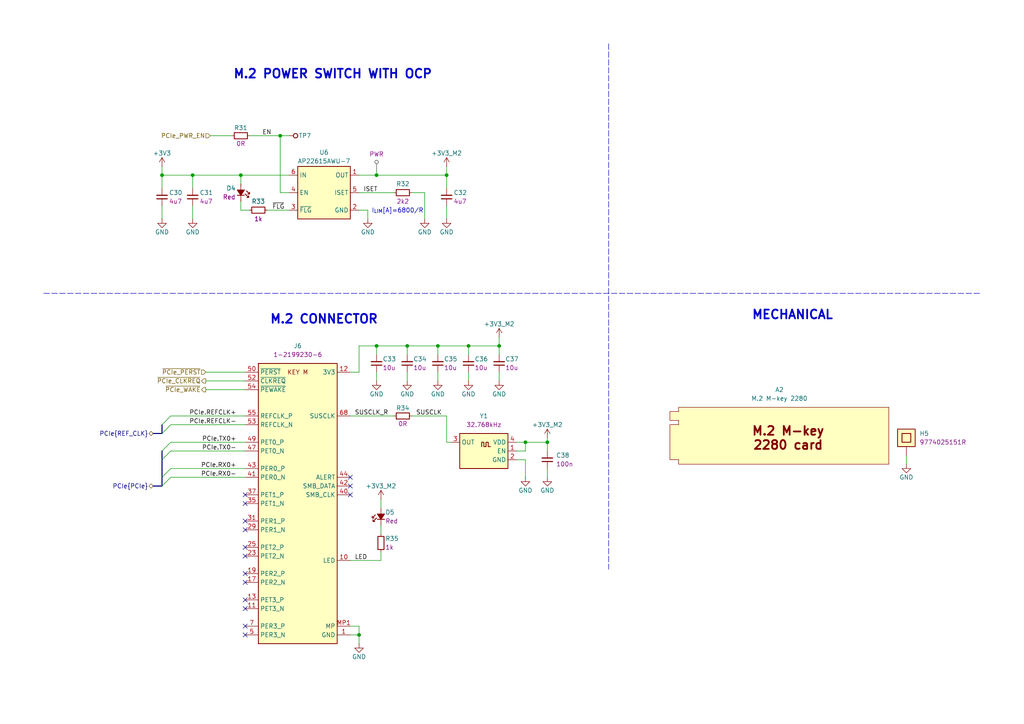
<source format=kicad_sch>
(kicad_sch (version 20250114) (generator "eeschema") (generator_version "9.0")
  (paper "A4")
  (title_block (title "ModuCard CM5 module") (date "2025-10-10") (rev "1.0.0") (company "KoNaR") (comment 1 "Project author: Dominik Pluta"))
  (lib_symbols
    (symbol "DW-ICs:AP22615AWU-7"
      (property "Reference" "U" (at 34.29 0 0))
      (property "MPN" "AP22615AWU-7" (at 34.29 -15.24 0))
      (symbol "AP22615AWU-7_0_1"
        (rectangle (start 2.54 2.54) (end 17.78 -12.7) (stroke (width 0.254)) (fill (type background)))
      )
      (symbol "AP22615AWU-7_1_0"
        (pin power_in line (at 0 0 0) (length 2.54) (name "IN") (number "6"))
        (pin input line (at 0 -5.08 0) (length 2.54) (name "EN") (number "4"))
        (pin open_collector line (at 0 -10.16 0) (length 2.54) (name "~{FLG}") (number "3"))
        (pin power_out line (at 20.32 0 180) (length 2.54) (name "OUT") (number "1"))
        (pin passive line (at 20.32 -5.08 180) (length 2.54) (name "ISET") (number "5"))
        (pin power_in line (at 20.32 -10.16 180) (length 2.54) (name "GND") (number "2"))
      )
    )
    (symbol "DW-capacitors:C-100n-0402" (pin_numbers (hide yes)) (pin_names (hide yes))
      (property "Reference" "C" (at 12.7 0 0))
      (property "Val" "100n" (at 12.7 -20.32 0))
      (symbol "C-100n-0402_0_1"
        (polyline (pts (xy 2.032 -1.524) (xy 2.032 1.524)) (stroke (width 0.3048)))
        (polyline (pts (xy 3.048 -1.524) (xy 3.048 1.524)) (stroke (width 0.3302)))
      )
      (symbol "C-100n-0402_1_1"
        (pin passive line (at 0 0 0) (length 2.032) (name "~") (number "1"))
        (pin passive line (at 5.08 0 180) (length 2.032) (name "~") (number "2"))
      )
    )
    (symbol "DW-capacitors:C-10u-0603" (pin_numbers (hide yes)) (pin_names (hide yes))
      (property "Reference" "C" (at 12.7 0 0))
      (property "Val" "10u" (at 12.7 -20.32 0))
      (symbol "C-10u-0603_0_1"
        (polyline (pts (xy 2.032 -1.524) (xy 2.032 1.524)) (stroke (width 0.3048)))
        (polyline (pts (xy 3.048 -1.524) (xy 3.048 1.524)) (stroke (width 0.3302)))
      )
      (symbol "C-10u-0603_1_1"
        (pin passive line (at 0 0 0) (length 2.032) (name "~") (number "1"))
        (pin passive line (at 5.08 0 180) (length 2.032) (name "~") (number "2"))
      )
    )
    (symbol "DW-capacitors:C-4u7-0402" (pin_numbers (hide yes)) (pin_names (hide yes))
      (property "Reference" "C" (at 12.7 0 0))
      (property "Val" "4u7" (at 12.7 -20.32 0))
      (symbol "C-4u7-0402_0_1"
        (polyline (pts (xy 2.032 -1.524) (xy 2.032 1.524)) (stroke (width 0.3048)))
        (polyline (pts (xy 3.048 -1.524) (xy 3.048 1.524)) (stroke (width 0.3302)))
      )
      (symbol "C-4u7-0402_1_1"
        (pin passive line (at 0 0 0) (length 2.032) (name "~") (number "1"))
        (pin passive line (at 5.08 0 180) (length 2.032) (name "~") (number "2"))
      )
    )
    (symbol "DW-connectors:Bus_M.2_1-2199230-6"
      (property "Reference" "J" (at 40.64 0 0))
      (property "MPN" "1-2199230-6" (at 40.64 -15.24 0))
      (symbol "Bus_M.2_1-2199230-6_0_0"
        (text "KEY M" (at 15.24 0 0) (effects (font (size 1.27 1.27))))
      )
      (symbol "Bus_M.2_1-2199230-6_1_1"
        (rectangle (start 3.81 2.54) (end 26.67 -78.74) (stroke (width 0.254)) (fill (type background)))
        (pin input line (at 0 0 0) (length 3.81) (name "~{PERST}") (number "50"))
        (pin output line (at 0 -2.54 0) (length 3.81) (name "~{CLKREQ}") (number "52"))
        (pin output line (at 0 -5.08 0) (length 3.81) (name "~{PEWAKE}") (number "54"))
        (pin input line (at 0 -12.7 0) (length 3.81) (name "REFCLK_P") (number "55"))
        (pin input line (at 0 -15.24 0) (length 3.81) (name "REFCLK_N") (number "53"))
        (pin input line (at 0 -20.32 0) (length 3.81) (name "PET0_P") (number "49"))
        (pin input line (at 0 -22.86 0) (length 3.81) (name "PET0_N") (number "47"))
        (pin output line (at 0 -27.94 0) (length 3.81) (name "PER0_P") (number "43"))
        (pin output line (at 0 -30.48 0) (length 3.81) (name "PER0_N") (number "41"))
        (pin input line (at 0 -35.56 0) (length 3.81) (name "PET1_P") (number "37"))
        (pin input line (at 0 -38.1 0) (length 3.81) (name "PET1_N") (number "35"))
        (pin output line (at 0 -43.18 0) (length 3.81) (name "PER1_P") (number "31"))
        (pin output line (at 0 -45.72 0) (length 3.81) (name "PER1_N") (number "29"))
        (pin input line (at 0 -50.8 0) (length 3.81) (name "PET2_P") (number "25"))
        (pin input line (at 0 -53.34 0) (length 3.81) (name "PET2_N") (number "23"))
        (pin output line (at 0 -58.42 0) (length 3.81) (name "PER2_P") (number "19"))
        (pin output line (at 0 -60.96 0) (length 3.81) (name "PER2_N") (number "17"))
        (pin input line (at 0 -66.04 0) (length 3.81) (name "PET3_P") (number "13"))
        (pin input line (at 0 -68.58 0) (length 3.81) (name "PET3_N") (number "11"))
        (pin output line (at 0 -73.66 0) (length 3.81) (name "PER3_P") (number "7"))
        (pin output line (at 0 -76.2 0) (length 3.81) (name "PER3_N") (number "5"))
        (pin passive line (at 30.48 0 180) (length 3.81) (name "3V3") (number "12"))
        (pin passive line (at 30.48 0 180) (length 3.81) (hide yes) (name "3V3") (number "14"))
        (pin passive line (at 30.48 0 180) (length 3.81) (hide yes) (name "3V3") (number "16"))
        (pin passive line (at 30.48 0 180) (length 3.81) (hide yes) (name "3V3") (number "18"))
        (pin passive line (at 30.48 0 180) (length 3.81) (hide yes) (name "3V3") (number "2"))
        (pin passive line (at 30.48 0 180) (length 3.81) (hide yes) (name "3V3") (number "4"))
        (pin passive line (at 30.48 0 180) (length 3.81) (hide yes) (name "3V3") (number "70"))
        (pin passive line (at 30.48 0 180) (length 3.81) (hide yes) (name "3V3") (number "72"))
        (pin passive line (at 30.48 0 180) (length 3.81) (hide yes) (name "3V3") (number "74"))
        (pin input line (at 30.48 -12.7 180) (length 3.81) (name "SUSCLK") (number "68"))
        (pin output line (at 30.48 -30.48 180) (length 3.81) (name "ALERT") (number "44"))
        (pin bidirectional line (at 30.48 -33.02 180) (length 3.81) (name "SMB_DATA") (number "42"))
        (pin input line (at 30.48 -35.56 180) (length 3.81) (name "SMB_CLK") (number "40"))
        (pin passive line (at 30.48 -54.61 180) (length 3.81) (name "LED") (number "10"))
        (pin no_connect line (at 30.48 -71.12 180) (length 3.81) (hide yes) (name "NC") (number "20"))
        (pin no_connect line (at 30.48 -71.12 180) (length 3.81) (hide yes) (name "NC") (number "22"))
        (pin no_connect line (at 30.48 -71.12 180) (length 3.81) (hide yes) (name "NC") (number "24"))
        (pin no_connect line (at 30.48 -71.12 180) (length 3.81) (hide yes) (name "NC") (number "26"))
        (pin no_connect line (at 30.48 -71.12 180) (length 3.81) (hide yes) (name "NC") (number "28"))
        (pin no_connect line (at 30.48 -71.12 180) (length 3.81) (hide yes) (name "NC") (number "30"))
        (pin no_connect line (at 30.48 -71.12 180) (length 3.81) (hide yes) (name "NC") (number "32"))
        (pin no_connect line (at 30.48 -71.12 180) (length 3.81) (hide yes) (name "NC") (number "34"))
        (pin no_connect line (at 30.48 -71.12 180) (length 3.81) (hide yes) (name "NC") (number "36"))
        (pin no_connect line (at 30.48 -71.12 180) (length 3.81) (hide yes) (name "NC") (number "38"))
        (pin no_connect line (at 30.48 -71.12 180) (length 3.81) (hide yes) (name "NC") (number "46"))
        (pin no_connect line (at 30.48 -71.12 180) (length 3.81) (hide yes) (name "NC") (number "48"))
        (pin no_connect line (at 30.48 -71.12 180) (length 3.81) (hide yes) (name "NC") (number "56"))
        (pin no_connect line (at 30.48 -71.12 180) (length 3.81) (hide yes) (name "NC") (number "58"))
        (pin no_connect line (at 30.48 -71.12 180) (length 3.81) (hide yes) (name "NC") (number "6"))
        (pin no_connect line (at 30.48 -71.12 180) (length 3.81) (hide yes) (name "NC") (number "67"))
        (pin no_connect line (at 30.48 -71.12 180) (length 3.81) (hide yes) (name "NC") (number "69"))
        (pin no_connect line (at 30.48 -71.12 180) (length 3.81) (hide yes) (name "NC") (number "8"))
        (pin passive line (at 30.48 -73.66 180) (length 3.81) (name "MP") (number "MP1"))
        (pin passive line (at 30.48 -73.66 180) (length 3.81) (hide yes) (name "MP") (number "MP2"))
        (pin power_in line (at 30.48 -76.2 180) (length 3.81) (name "GND") (number "1"))
        (pin passive line (at 30.48 -76.2 180) (length 3.81) (hide yes) (name "GND") (number "15"))
        (pin passive line (at 30.48 -76.2 180) (length 3.81) (hide yes) (name "GND") (number "21"))
        (pin passive line (at 30.48 -76.2 180) (length 3.81) (hide yes) (name "GND") (number "27"))
        (pin passive line (at 30.48 -76.2 180) (length 3.81) (hide yes) (name "GND") (number "3"))
        (pin passive line (at 30.48 -76.2 180) (length 3.81) (hide yes) (name "GND") (number "33"))
        (pin passive line (at 30.48 -76.2 180) (length 3.81) (hide yes) (name "GND") (number "39"))
        (pin passive line (at 30.48 -76.2 180) (length 3.81) (hide yes) (name "GND") (number "45"))
        (pin passive line (at 30.48 -76.2 180) (length 3.81) (hide yes) (name "GND") (number "51"))
        (pin passive line (at 30.48 -76.2 180) (length 3.81) (hide yes) (name "GND") (number "57"))
        (pin passive line (at 30.48 -76.2 180) (length 3.81) (hide yes) (name "GND") (number "71"))
        (pin passive line (at 30.48 -76.2 180) (length 3.81) (hide yes) (name "GND") (number "73"))
        (pin passive line (at 30.48 -76.2 180) (length 3.81) (hide yes) (name "GND") (number "75"))
        (pin passive line (at 30.48 -76.2 180) (length 3.81) (hide yes) (name "GND") (number "9"))
      )
    )
    (symbol "DW-crystals:Oscillator_32.768kHz_OK2EL89CJI-111YLC-32.768K" (on_board no)
      (property "Reference" "Y" (at 27.94 0 0))
      (property "Frequency" "32.768kHz" (at 27.94 -20.32 0))
      (symbol "Oscillator_32.768kHz_OK2EL89CJI-111YLC-32.768K_1_1"
        (rectangle (start 2.54 2.54) (end 16.51 -7.62) (stroke (width 0.254)) (fill (type background)))
        (polyline (pts (xy 7.62 -1.27) (xy 8.255 -1.27) (xy 8.255 0) (xy 8.89 0) (xy 8.89 -1.27) (xy 9.525 -1.27) (xy 9.525 0) (xy 10.16 0) (xy 10.16 -1.27)) (stroke (width 0.254)) (fill (type background)))
        (pin power_in line (at 0 0 0) (length 2.54) (name "VDD") (number "4"))
        (pin input line (at 0 -2.54 0) (length 2.54) (name "EN") (number "1"))
        (pin power_in line (at 0 -5.08 0) (length 2.54) (name "GND") (number "2"))
        (pin output line (at 19.05 0 180) (length 2.54) (name "OUT") (number "3"))
      )
    )
    (symbol "DW-diodes:LED-R-0603_KT-0603R" (pin_numbers (hide yes)) (pin_names (hide yes))
      (property "Reference" "D" (at 12.7 0 0))
      (property "Color" "Red" (at 12.7 -20.32 0))
      (symbol "LED-R-0603_KT-0603R_0_1"
        (polyline (pts (xy 1.905 0) (xy 0.635 0)))
        (polyline (pts (xy 4.445 0) (xy 3.175 0)))
      )
      (symbol "LED-R-0603_KT-0603R_1_1"
        (polyline (pts (xy 1.143 2.286) (xy 1.143 1.778) (xy 1.143 2.286) (xy 1.651 2.286) (xy 1.143 2.286) (xy 2.159 1.27)) (stroke (width 0.254)))
        (polyline (pts (xy 1.778 1.016) (xy 1.778 -1.016)) (stroke (width 0.254)))
        (polyline (pts (xy 2.159 2.54) (xy 2.159 2.032) (xy 2.159 2.54) (xy 2.667 2.54) (xy 2.159 2.54) (xy 3.048 1.651)) (stroke (width 0.254)))
        (polyline (pts (xy 3.302 1.016) (xy 3.302 -1.016) (xy 1.778 0) (xy 3.302 1.016)) (stroke (width 0.254)) (fill (type outline)))
        (pin passive line (at 0 0 0) (length 0.635) (name "C") (number "1"))
        (pin passive line (at 5.08 0 180) (length 0.635) (name "A") (number "2"))
      )
    )
    (symbol "DW-mechanical:Card_M.2-2280-M-key" (in_bom no)
      (property "Reference" "A" (at 64.77 0 0))
      (property "Value" "M.2 M-key 2280" (at 64.77 -2.54 0))
      (symbol "Card_M.2-2280-M-key_1_1"
        (polyline (pts (xy 2.54 1.27) (xy 2.54 0) (xy 0 0) (xy 0 -2.54) (xy 2.54 -2.54) (xy 2.54 -3.81) (xy 0 -3.81) (xy 0 -13.97) (xy 2.54 -13.97) (xy 2.54 -15.24) (xy 63.5 -15.24) (xy 63.5 1.27) (xy 2.54 1.27)) (fill (type background)))
        (text "M.2 M-key\n2280 card" (at 34.29 -7.62 0) (effects (font (size 2.54 2.54) (thickness 0.508) (bold yes))))
      )
    )
    (symbol "DW-mechanical:Spacer_M2.5_H2.5mm_9774025151R" (pin_numbers (hide yes)) (pin_names (hide yes))
      (property "Reference" "H" (at 10.16 0 0))
      (property "MPN" "9774025151R" (at 10.16 -15.24 0))
      (symbol "Spacer_M2.5_H2.5mm_9774025151R_1_1"
        (rectangle (start 2.54 -2.54) (end 7.62 2.54) (stroke (width 0.254)) (fill (type background)))
        (rectangle (start 3.81 -1.27) (end 6.35 1.27) (stroke (width 0.254)) (fill (type background)))
        (pin passive line (at 0 0 0) (length 2.54) (name "~") (number "1"))
      )
    )
    (symbol "DW-power-symbols:+3V3" (power) (pin_numbers (hide yes)) (pin_names (offset 0) (hide yes))
      (property "Value" "+3V3" (at 0 3.556 0))
      (symbol "+3V3_0_1"
        (polyline (pts (xy -0.762 1.27) (xy 0 2.54)))
        (polyline (pts (xy 0 2.54) (xy 0.762 1.27)))
        (polyline (pts (xy 0 0) (xy 0 2.54)))
      )
      (symbol "+3V3_1_1"
        (pin power_in line (at 0 0 90) (length 0) (name "~") (number "1"))
      )
    )
    (symbol "DW-power-symbols:GND" (power) (pin_numbers (hide yes)) (pin_names (offset 0) (hide yes))
      (property "Value" "GND" (at 0 -3.81 0))
      (symbol "GND_0_1"
        (polyline (pts (xy 0 0) (xy 0 -1.27) (xy 1.27 -1.27) (xy 0 -2.54) (xy -1.27 -1.27) (xy 0 -1.27)))
      )
      (symbol "GND_1_1"
        (pin power_in line (at 0 0 270) (length 0) (name "~") (number "1"))
      )
    )
    (symbol "DW-resistors:R-0R-0402" (pin_numbers (hide yes)) (pin_names (offset 0) (hide yes))
      (property "Reference" "R" (at 12.7 0 0))
      (property "Val" "0R" (at 12.7 -20.32 0))
      (symbol "R-0R-0402_0_1"
        (rectangle (start 0.635 0.889) (end 4.445 -0.889) (stroke (width 0.254)))
      )
      (symbol "R-0R-0402_1_1"
        (pin passive line (at 0 0 0) (length 0.635) (name "~") (number "1"))
        (pin passive line (at 5.08 0 180) (length 0.635) (name "~") (number "2"))
      )
    )
    (symbol "DW-resistors:R-1k-0402" (pin_numbers (hide yes)) (pin_names (offset 0) (hide yes))
      (property "Reference" "R" (at 12.7 0 0))
      (property "Val" "1k" (at 12.7 -20.32 0))
      (symbol "R-1k-0402_0_1"
        (rectangle (start 0.635 0.889) (end 4.445 -0.889) (stroke (width 0.254)))
      )
      (symbol "R-1k-0402_1_1"
        (pin passive line (at 0 0 0) (length 0.635) (name "~") (number "1"))
        (pin passive line (at 5.08 0 180) (length 0.635) (name "~") (number "2"))
      )
    )
    (symbol "DW-resistors:R-2k2-0402" (pin_numbers (hide yes)) (pin_names (offset 0) (hide yes))
      (property "Reference" "R" (at 12.7 0 0))
      (property "Val" "2k2" (at 12.7 -20.32 0))
      (symbol "R-2k2-0402_0_1"
        (rectangle (start 0.635 0.889) (end 4.445 -0.889) (stroke (width 0.254)))
      )
      (symbol "R-2k2-0402_1_1"
        (pin passive line (at 0 0 0) (length 0.635) (name "~") (number "1"))
        (pin passive line (at 5.08 0 180) (length 0.635) (name "~") (number "2"))
      )
    )
    (symbol "DW-test-points:TP_SMD_0.75mm" (pin_numbers (hide yes)) (pin_names (hide yes)) (in_bom no)
      (property "Reference" "TP" (at 3.81 0 0))
      (symbol "TP_SMD_0.75mm_1_1"
        (circle (center 1.905 0) (radius 0.635) (stroke (width 0.254)))
        (pin passive line (at 0 0 0) (length 1.27) (name "1") (number "1"))
      )
    )
  )
  (text "I_{LIM}[A]=6800/R" (at 115.316 61.214 0) (effects (font (size 1.27 1.27))))
  (text "MECHANICAL" (at 229.87 91.44 0) (effects (font (size 2.54 2.54) (thickness 0.508) (bold yes))))
  (text "M.2 POWER SWITCH WITH OCP" (at 96.52 21.59 0) (effects (font (size 2.54 2.54) (thickness 0.508) (bold yes))))
  (text "M.2 CONNECTOR" (at 93.98 92.71 0) (effects (font (size 2.54 2.54) (thickness 0.508) (bold yes))))
  (junction (at 109.22 100.33))
  (junction (at 129.54 50.8))
  (junction (at 135.89 100.33))
  (junction (at 127 100.33))
  (junction (at 69.85 50.8))
  (junction (at 104.14 184.15))
  (junction (at 118.11 100.33))
  (junction (at 46.99 50.8))
  (junction (at 55.88 50.8))
  (junction (at 81.28 39.37))
  (junction (at 158.75 128.27))
  (junction (at 144.78 100.33))
  (junction (at 109.22 50.8))
  (junction (at 152.4 128.27))
  (no_connect (at 101.6 138.43))
  (no_connect (at 71.12 184.15))
  (no_connect (at 71.12 143.51))
  (no_connect (at 71.12 146.05))
  (no_connect (at 71.12 181.61))
  (no_connect (at 71.12 153.67))
  (no_connect (at 71.12 161.29))
  (no_connect (at 101.6 143.51))
  (no_connect (at 71.12 173.99))
  (no_connect (at 71.12 168.91))
  (no_connect (at 71.12 176.53))
  (no_connect (at 71.12 166.37))
  (no_connect (at 101.6 140.97))
  (no_connect (at 71.12 151.13))
  (no_connect (at 71.12 158.75))
  (bus_entry (at 46.99 125.73) (size 2.54 -2.54))
  (bus_entry (at 46.99 140.97) (size 2.54 -2.54))
  (bus_entry (at 46.99 133.35) (size 2.54 -2.54))
  (bus_entry (at 46.99 123.19) (size 2.54 -2.54))
  (bus_entry (at 46.99 138.43) (size 2.54 -2.54))
  (bus_entry (at 46.99 130.81) (size 2.54 -2.54))
  (bus (pts (xy 46.99 130.81) (xy 46.99 133.35)))
  (wire (pts (xy 158.75 128.27) (xy 152.4 128.27)))
  (wire (pts (xy 104.14 107.95) (xy 104.14 100.33)))
  (bus (pts (xy 46.99 138.43) (xy 46.99 140.97)))
  (wire (pts (xy 46.99 59.69) (xy 46.99 63.5)))
  (wire (pts (xy 109.22 49.53) (xy 109.22 50.8)))
  (wire (pts (xy 118.11 100.33) (xy 109.22 100.33)))
  (wire (pts (xy 55.88 50.8) (xy 69.85 50.8)))
  (wire (pts (xy 83.82 55.88) (xy 81.28 55.88)))
  (wire (pts (xy 129.54 128.27) (xy 129.54 120.65)))
  (wire (pts (xy 118.11 107.95) (xy 118.11 110.49)))
  (wire (pts (xy 144.78 100.33) (xy 135.89 100.33)))
  (bus (pts (xy 44.45 125.73) (xy 46.99 125.73)))
  (wire (pts (xy 135.89 102.87) (xy 135.89 100.33)))
  (wire (pts (xy 127 107.95) (xy 127 110.49)))
  (wire (pts (xy 69.85 60.96) (xy 72.39 60.96)))
  (wire (pts (xy 109.22 100.33) (xy 104.14 100.33)))
  (wire (pts (xy 152.4 128.27) (xy 149.86 128.27)))
  (wire (pts (xy 101.6 181.61) (xy 104.14 181.61)))
  (wire (pts (xy 101.6 162.56) (xy 110.49 162.56)))
  (wire (pts (xy 104.14 181.61) (xy 104.14 184.15)))
  (wire (pts (xy 144.78 97.79) (xy 144.78 100.33)))
  (wire (pts (xy 49.53 123.19) (xy 71.12 123.19)))
  (wire (pts (xy 127 100.33) (xy 127 102.87)))
  (polyline (pts (xy 176.53 12.7) (xy 176.53 165.1)) (stroke (width 0) (type dash)))
  (wire (pts (xy 118.11 100.33) (xy 118.11 102.87)))
  (wire (pts (xy 77.47 60.96) (xy 83.82 60.96)))
  (wire (pts (xy 106.68 60.96) (xy 106.68 63.5)))
  (wire (pts (xy 72.39 39.37) (xy 81.28 39.37)))
  (bus (pts (xy 46.99 123.19) (xy 46.99 125.73)))
  (wire (pts (xy 118.11 100.33) (xy 127 100.33)))
  (wire (pts (xy 81.28 39.37) (xy 83.82 39.37)))
  (wire (pts (xy 106.68 60.96) (xy 104.14 60.96)))
  (wire (pts (xy 119.38 120.65) (xy 129.54 120.65)))
  (wire (pts (xy 123.19 55.88) (xy 123.19 63.5)))
  (wire (pts (xy 135.89 107.95) (xy 135.89 110.49)))
  (wire (pts (xy 158.75 138.43) (xy 158.75 135.89)))
  (polyline (pts (xy 12.7 85.09) (xy 284.48 85.09)) (stroke (width 0) (type dash)))
  (wire (pts (xy 55.88 59.69) (xy 55.88 63.5)))
  (wire (pts (xy 158.75 127) (xy 158.75 128.27)))
  (wire (pts (xy 129.54 59.69) (xy 129.54 63.5)))
  (wire (pts (xy 69.85 60.96) (xy 69.85 58.42)))
  (wire (pts (xy 104.14 184.15) (xy 104.14 186.69)))
  (wire (pts (xy 109.22 100.33) (xy 109.22 102.87)))
  (wire (pts (xy 129.54 128.27) (xy 130.81 128.27)))
  (wire (pts (xy 152.4 133.35) (xy 149.86 133.35)))
  (wire (pts (xy 109.22 107.95) (xy 109.22 110.49)))
  (wire (pts (xy 144.78 107.95) (xy 144.78 110.49)))
  (wire (pts (xy 110.49 152.4) (xy 110.49 154.94)))
  (wire (pts (xy 49.53 135.89) (xy 71.12 135.89)))
  (wire (pts (xy 129.54 50.8) (xy 129.54 54.61)))
  (wire (pts (xy 81.28 55.88) (xy 81.28 39.37)))
  (wire (pts (xy 60.96 39.37) (xy 67.31 39.37)))
  (wire (pts (xy 46.99 50.8) (xy 46.99 54.61)))
  (wire (pts (xy 104.14 55.88) (xy 114.3 55.88)))
  (wire (pts (xy 49.53 138.43) (xy 71.12 138.43)))
  (wire (pts (xy 49.53 130.81) (xy 71.12 130.81)))
  (wire (pts (xy 119.38 55.88) (xy 123.19 55.88)))
  (wire (pts (xy 101.6 120.65) (xy 114.3 120.65)))
  (wire (pts (xy 152.4 130.81) (xy 152.4 128.27)))
  (wire (pts (xy 55.88 50.8) (xy 55.88 54.61)))
  (wire (pts (xy 104.14 184.15) (xy 101.6 184.15)))
  (wire (pts (xy 46.99 50.8) (xy 55.88 50.8)))
  (wire (pts (xy 110.49 144.78) (xy 110.49 147.32)))
  (wire (pts (xy 109.22 50.8) (xy 129.54 50.8)))
  (bus (pts (xy 44.45 140.97) (xy 46.99 140.97)))
  (wire (pts (xy 69.85 50.8) (xy 69.85 53.34)))
  (wire (pts (xy 127 100.33) (xy 135.89 100.33)))
  (wire (pts (xy 262.89 132.08) (xy 262.89 134.62)))
  (wire (pts (xy 49.53 128.27) (xy 71.12 128.27)))
  (wire (pts (xy 46.99 48.26) (xy 46.99 50.8)))
  (wire (pts (xy 144.78 102.87) (xy 144.78 100.33)))
  (wire (pts (xy 104.14 50.8) (xy 109.22 50.8)))
  (wire (pts (xy 129.54 48.26) (xy 129.54 50.8)))
  (wire (pts (xy 110.49 160.02) (xy 110.49 162.56)))
  (bus (pts (xy 46.99 133.35) (xy 46.99 138.43)))
  (wire (pts (xy 152.4 138.43) (xy 152.4 133.35)))
  (wire (pts (xy 59.69 110.49) (xy 71.12 110.49)))
  (wire (pts (xy 59.69 113.03) (xy 71.12 113.03)))
  (wire (pts (xy 101.6 107.95) (xy 104.14 107.95)))
  (wire (pts (xy 158.75 130.81) (xy 158.75 128.27)))
  (wire (pts (xy 49.53 120.65) (xy 71.12 120.65)))
  (wire (pts (xy 59.69 107.95) (xy 71.12 107.95)))
  (wire (pts (xy 149.86 130.81) (xy 152.4 130.81)))
  (wire (pts (xy 69.85 50.8) (xy 83.82 50.8)))
  (label "LED" (at 102.87 162.56 0))
  (label "PCIe.REFCLK+" (at 68.58 120.65 180))
  (label "PCIe.TX0+" (at 68.58 128.27 180))
  (label "PCIe.TX0-" (at 68.58 130.81 180))
  (label "ISET" (at 105.41 55.88 0))
  (label "SUSCLK" (at 120.65 120.65 0))
  (label "PCIe.REFCLK-" (at 68.58 123.19 180))
  (label "EN" (at 78.74 39.37 180))
  (label "PCIe.RX0-" (at 68.58 138.43 180))
  (label "~{FLG}" (at 82.55 60.96 180))
  (label "SUSCLK_R" (at 102.87 120.65 0))
  (label "PCIe.RX0+" (at 68.58 135.89 180))
  (hierarchical_label "PCIe_PWR_EN" (shape input) (at 60.96 39.37 180))
  (hierarchical_label "PCIe{REF_CLK}" (shape bidirectional) (at 44.45 125.73 180))
  (hierarchical_label "~{PCIe_CLKREQ}" (shape output) (at 59.69 110.49 180))
  (hierarchical_label "PCIe{PCIe}" (shape bidirectional) (at 44.45 140.97 180))
  (hierarchical_label "~{PCIe_WAKE}" (shape output) (at 59.69 113.03 180))
  (hierarchical_label "~{PCIe_PERST}" (shape input) (at 59.69 107.95 180))
  (netclass_flag "" (length 2.54) (shape round) (at 109.22 49.53 0) (property "Netclass" "PWR" (at 109.22 44.704 0)))
  (symbol (lib_id "DW-power-symbols:GND") (at 129.54 63.5 0) (unit 1)
    (property "Reference" "#PWR074" (effects (hide yes)))
    (property "Value" "GND" (at 129.54 67.31 0))
    (property "Description" "Power symbol creates a global label with name \"GND\" , ground" (effects (hide yes)))
  )
  (symbol (lib_id "DW-power-symbols:+3V3") (at 46.99 48.26 0) (unit 1)
    (property "Reference" "#PWR068" (effects (hide yes)))
    (property "Value" "+3V3" (at 46.99 44.45 0))
    (property "Description" "Power symbol creates a global label with name \"+3V3\"" (effects (hide yes)))
  )
  (symbol (lib_id "DW-power-symbols:+3V3") (at 144.78 97.79 0) (unit 1)
    (property "Reference" "#PWR075" (effects (hide yes)))
    (property "Value" "+3V3_M2" (at 144.78 93.98 0))
    (property "Description" "Power symbol creates a global label with name \"+3V3\"" (effects (hide yes)))
  )
  (symbol (lib_id "DW-resistors:R-2k2-0402") (at 114.3 55.88 0) (unit 1)
    (property "Reference" "R32" (at 116.84 53.34 0))
    (property "Value" "R-2k2-0402" (effects (hide yes)))
    (property "Footprint" "DW-footprints:R_0402_1005Metric" (effects (hide yes)))
    (property "Datasheet" "https://lcsc.com/datasheet/lcsc_datasheet_2411221126_UNI-ROYAL-0402WGF2201TCE_C25879.pdf" (effects (hide yes)))
    (property "Description" "62.5mW Thick Film Resistor 50V ±100ppm/℃ ±1% 2.2kΩ 0402 Chip Resistor - Surface Mount ROHS" (effects (hide yes)))
    (property "Manufacturer" "UNI-ROYAL(Uniroyal Elec)" (effects (hide yes)))
    (property "MPN" "0402WGF2201TCE" (effects (hide yes)))
    (property "LCSC" "C25879" (effects (hide yes)))
    (property "Val" "2k2" (at 116.84 58.42 0))
    (property "Tolerance" "1%" (effects (hide yes)))
  )
  (symbol (lib_id "DW-power-symbols:GND") (at 106.68 63.5 0) (unit 1)
    (property "Reference" "#PWR072" (effects (hide yes)))
    (property "Value" "GND" (at 106.68 67.31 0))
    (property "Description" "Power symbol creates a global label with name \"GND\" , ground" (effects (hide yes)))
  )
  (symbol (lib_id "DW-power-symbols:GND") (at 123.19 63.5 0) (unit 1)
    (property "Reference" "#PWR073" (effects (hide yes)))
    (property "Value" "GND" (at 123.19 67.31 0))
    (property "Description" "Power symbol creates a global label with name \"GND\" , ground" (effects (hide yes)))
  )
  (symbol (lib_id "DW-power-symbols:GND") (at 152.4 138.43 0) (unit 1)
    (property "Reference" "#PWR083" (effects (hide yes)))
    (property "Value" "GND" (at 152.4 142.24 0))
    (property "Description" "Power symbol creates a global label with name \"GND\" , ground" (effects (hide yes)))
  )
  (symbol (lib_id "DW-power-symbols:GND") (at 109.22 110.49 0) (unit 1)
    (property "Reference" "#PWR076" (effects (hide yes)))
    (property "Value" "GND" (at 109.22 114.3 0))
    (property "Description" "Power symbol creates a global label with name \"GND\" , ground" (effects (hide yes)))
  )
  (symbol (lib_id "DW-power-symbols:GND") (at 135.89 110.49 0) (unit 1)
    (property "Reference" "#PWR079" (effects (hide yes)))
    (property "Value" "GND" (at 135.89 114.3 0))
    (property "Description" "Power symbol creates a global label with name \"GND\" , ground" (effects (hide yes)))
  )
  (symbol (lib_id "DW-power-symbols:+3V3") (at 129.54 48.26 0) (unit 1)
    (property "Reference" "#PWR069" (effects (hide yes)))
    (property "Value" "+3V3_M2" (at 129.54 44.45 0))
    (property "Description" "Power symbol creates a global label with name \"+3V3\"" (effects (hide yes)))
  )
  (symbol (lib_id "DW-mechanical:Card_M.2-2280-M-key") (at 194.31 119.38 0) (unit 1) (in_bom no)
    (property "Reference" "A2" (at 226.06 113.03 0))
    (property "Value" "M.2 M-key 2280" (at 226.06 115.57 0))
    (property "Footprint" "DW-footprints:Card_M.2-2280-M-key" (effects (hide yes)))
    (property "Description" "M.2, Key M, 2280, generic NVMe, SSD" (effects (hide yes)))
  )
  (symbol (lib_id "DW-test-points:TP_SMD_0.75mm") (at 83.82 39.37 0) (unit 1) (in_bom no)
    (property "Reference" "TP7" (at 86.614 39.37 0) (effects (justify left)))
    (property "Value" "TP_SMD_0.75mm" (effects (hide yes)))
    (property "Footprint" "DW-footprints:TP_SMD_0.75mm" (effects (hide yes)))
    (property "Description" "Test point, SMD, round, 0.75mm diameter" (effects (hide yes)))
  )
  (symbol (lib_id "DW-ICs:AP22615AWU-7") (at 83.82 50.8 0) (unit 1)
    (property "Reference" "U6" (at 93.98 44.196 0))
    (property "Value" "AP22615AWU-7" (at 93.98 46.736 0))
    (property "Footprint" "DW-footprints:TSOT-23-6" (effects (hide yes)))
    (property "Datasheet" "https://www.diodes.com/datasheet/download/AP22815_615.pdf" (effects (hide yes)))
    (property "Description" "3V~5.5V 40mΩ 3A 1 High Side Switch TSOT-23-6 Power Distribution Switches ROHS" (effects (hide yes)))
    (property "Manufacturer" "Diodes Incorporated" (effects (hide yes)))
    (property "MPN" "AP22615AWU-7" (effects (hide yes)))
    (property "LCSC" "C2680357" (effects (hide yes)))
  )
  (symbol (lib_id "DW-resistors:R-1k-0402") (at 110.49 160.02 90) (unit 1)
    (property "Reference" "R35" (at 111.76 156.21 90) (effects (justify right)))
    (property "Value" "R-1k-0402" (effects (hide yes)))
    (property "Footprint" "DW-footprints:R_0402_1005Metric" (effects (hide yes)))
    (property "Datasheet" "https://lcsc.com/datasheet/lcsc_datasheet_2411221126_UNI-ROYAL-Uniroyal-Elec-0402WGF1001TCE_C11702.pdf" (effects (hide yes)))
    (property "Description" "62.5mW Thick Film Resistor 50V ±100ppm/℃ ±1% 1kΩ 0402 Chip Resistor - Surface Mount ROHS" (effects (hide yes)))
    (property "Manufacturer" "UNI-ROYAL(Uniroyal Elec)" (effects (hide yes)))
    (property "MPN" "0402WGF1001TCE" (effects (hide yes)))
    (property "LCSC" "C11702" (effects (hide yes)))
    (property "Val" "1k" (at 111.76 158.75 90) (effects (justify right)))
    (property "Tolerance" "1%" (effects (hide yes)))
  )
  (symbol (lib_id "DW-resistors:R-0R-0402") (at 67.31 39.37 0) (unit 1)
    (property "Reference" "R31" (at 69.85 37.084 0))
    (property "Value" "R-0R-0402" (effects (hide yes)))
    (property "Footprint" "DW-footprints:R_0402_1005Metric" (effects (hide yes)))
    (property "Datasheet" "https://lcsc.com/datasheet/lcsc_datasheet_2411221126_UNI-ROYAL-0402WGF0000TCE_C17168.pdf" (effects (hide yes)))
    (property "Description" "62.5mW Thick Film Resistor 50V ±800ppm/℃ ±1% 0Ω 0402 Chip Resistor - Surface Mount ROHS" (effects (hide yes)))
    (property "Manufacturer" "UNI-ROYAL(Uniroyal Elec)" (effects (hide yes)))
    (property "MPN" "0402WGF0000TCE" (effects (hide yes)))
    (property "LCSC" "C17168" (effects (hide yes)))
    (property "Val" "0R" (at 69.85 41.656 0))
    (property "Tolerance" "1%" (effects (hide yes)))
  )
  (symbol (lib_id "DW-power-symbols:GND") (at 144.78 110.49 0) (unit 1)
    (property "Reference" "#PWR080" (effects (hide yes)))
    (property "Value" "GND" (at 144.78 114.3 0))
    (property "Description" "Power symbol creates a global label with name \"GND\" , ground" (effects (hide yes)))
  )
  (symbol (lib_id "DW-capacitors:C-100n-0402") (at 158.75 135.89 90) (unit 1)
    (property "Reference" "C38" (at 161.29 132.0736 90) (effects (justify right)))
    (property "Value" "C-100n-0402" (effects (hide yes)))
    (property "Footprint" "DW-footprints:C_0402_1005Metric" (effects (hide yes)))
    (property "Datasheet" "https://lcsc.com/datasheet/lcsc_datasheet_2304140030_Samsung-Electro-Mechanics-CL05B104KB54PNC_C307331.pdf" (effects (hide yes)))
    (property "Description" "50V 100nF X7R ±10% 0402 Multilayer Ceramic Capacitors MLCC - SMD/SMT ROHS" (effects (hide yes)))
    (property "Manufacturer" "Samsung Electro-Mechanics" (effects (hide yes)))
    (property "MPN" "CL05B104KB54PNC" (effects (hide yes)))
    (property "LCSC" "C307331" (effects (hide yes)))
    (property "Val" "100n" (at 161.29 134.6136 90) (effects (justify right)))
    (property "Tolerance" "10%" (effects (hide yes)))
    (property "Voltage" "50V" (effects (hide yes)))
    (property "Dielectric" "X7R" (effects (hide yes)))
  )
  (symbol (lib_id "DW-power-symbols:GND") (at 46.99 63.5 0) (unit 1)
    (property "Reference" "#PWR070" (effects (hide yes)))
    (property "Value" "GND" (at 46.99 67.31 0))
    (property "Description" "Power symbol creates a global label with name \"GND\" , ground" (effects (hide yes)))
  )
  (symbol (lib_id "DW-power-symbols:GND") (at 127 110.49 0) (unit 1)
    (property "Reference" "#PWR078" (effects (hide yes)))
    (property "Value" "GND" (at 127 114.3 0))
    (property "Description" "Power symbol creates a global label with name \"GND\" , ground" (effects (hide yes)))
  )
  (symbol (lib_id "DW-capacitors:C-4u7-0402") (at 46.99 59.69 90) (unit 1)
    (property "Reference" "C30" (at 49.022 55.88 90) (effects (justify right)))
    (property "Value" "C-4u7-0402" (effects (hide yes)))
    (property "Footprint" "DW-footprints:C_0402_1005Metric" (effects (hide yes)))
    (property "Datasheet" "https://lcsc.com/datasheet/lcsc_datasheet_2304140030_Samsung-Electro-Mechanics-CL05A475MP5NRNC_C23733.pdf" (effects (hide yes)))
    (property "Description" "10V 4.7uF X5R ±20% 0402 Multilayer Ceramic Capacitors MLCC - SMD/SMT ROHS" (effects (hide yes)))
    (property "Manufacturer" "Samsung Electro-Mechanics" (effects (hide yes)))
    (property "MPN" "CL05A475MP5NRNC" (effects (hide yes)))
    (property "LCSC" "C23733" (effects (hide yes)))
    (property "Val" "4u7" (at 49.022 58.42 90) (effects (justify right)))
    (property "Tolerance" "20%" (effects (hide yes)))
    (property "Voltage" "10V" (effects (hide yes)))
    (property "Dielectric" "X5R" (effects (hide yes)))
  )
  (symbol (lib_id "DW-connectors:Bus_M.2_1-2199230-6") (at 71.12 107.95 0) (unit 1)
    (property "Reference" "J6" (at 86.36 100.33 0))
    (property "Value" "Bus_M.2_1-2199230-6" (effects (hide yes)))
    (property "Footprint" "DW-footprints:Bus_M.2_Socket_Key_M_TE_1-2199230-6" (effects (hide yes)))
    (property "Datasheet" "https://lcsc.com/datasheet/lcsc_datasheet_2412061754_TE-Connectivity-1-2199230-6_C4710843.pdf" (effects (hide yes)))
    (property "Description" "Key M Card Edge Connector, 67 Contacts, Surface Mount, Right Angle" (effects (hide yes)))
    (property "Manufacturer" "TE Connectivity" (effects (hide yes)))
    (property "MPN" "1-2199230-6" (at 86.36 102.87 0))
    (property "LCSC" "C4710843" (effects (hide yes)))
  )
  (symbol (lib_id "DW-capacitors:C-4u7-0402") (at 129.54 59.69 90) (unit 1)
    (property "Reference" "C32" (at 131.572 55.88 90) (effects (justify right)))
    (property "Value" "C-4u7-0402" (effects (hide yes)))
    (property "Footprint" "DW-footprints:C_0402_1005Metric" (effects (hide yes)))
    (property "Datasheet" "https://lcsc.com/datasheet/lcsc_datasheet_2304140030_Samsung-Electro-Mechanics-CL05A475MP5NRNC_C23733.pdf" (effects (hide yes)))
    (property "Description" "10V 4.7uF X5R ±20% 0402 Multilayer Ceramic Capacitors MLCC - SMD/SMT ROHS" (effects (hide yes)))
    (property "Manufacturer" "Samsung Electro-Mechanics" (effects (hide yes)))
    (property "MPN" "CL05A475MP5NRNC" (effects (hide yes)))
    (property "LCSC" "C23733" (effects (hide yes)))
    (property "Val" "4u7" (at 131.572 58.42 90) (effects (justify right)))
    (property "Tolerance" "20%" (effects (hide yes)))
    (property "Voltage" "10V" (effects (hide yes)))
    (property "Dielectric" "X5R" (effects (hide yes)))
  )
  (symbol (lib_id "DW-power-symbols:GND") (at 158.75 138.43 0) (unit 1)
    (property "Reference" "#PWR084" (effects (hide yes)))
    (property "Value" "GND" (at 158.75 142.24 0))
    (property "Description" "Power symbol creates a global label with name \"GND\" , ground" (effects (hide yes)))
  )
  (symbol (lib_id "DW-capacitors:C-10u-0603") (at 135.89 107.95 90) (unit 1)
    (property "Reference" "C36" (at 137.668 104.14 90) (effects (justify right)))
    (property "Value" "C-10u-0603" (effects (hide yes)))
    (property "Footprint" "DW-footprints:C_0603_1608Metric" (effects (hide yes)))
    (property "Datasheet" "https://www.lcsc.com/datasheet/C96446.pdf" (effects (hide yes)))
    (property "Description" "25V 10uF X5R ±20% 0603 Multilayer Ceramic Capacitors MLCC - SMD/SMT ROHS" (effects (hide yes)))
    (property "Manufacturer" "Samsung Electro-Mechanics" (effects (hide yes)))
    (property "MPN" "CL10A106MA8NRNC" (effects (hide yes)))
    (property "LCSC" "C96446" (effects (hide yes)))
    (property "Val" "10u" (at 137.668 106.68 90) (effects (justify right)))
    (property "Tolerance" "20%" (effects (hide yes)))
    (property "Voltage" "25V" (effects (hide yes)))
    (property "Dielectric" "X5R" (effects (hide yes)))
  )
  (symbol (lib_id "DW-power-symbols:GND") (at 104.14 186.69 0) (unit 1)
    (property "Reference" "#PWR086" (effects (hide yes)))
    (property "Value" "GND" (at 104.14 190.5 0))
    (property "Description" "Power symbol creates a global label with name \"GND\" , ground" (effects (hide yes)))
  )
  (symbol (lib_id "DW-capacitors:C-10u-0603") (at 109.22 107.95 90) (unit 1)
    (property "Reference" "C33" (at 110.998 104.14 90) (effects (justify right)))
    (property "Value" "C-10u-0603" (effects (hide yes)))
    (property "Footprint" "DW-footprints:C_0603_1608Metric" (effects (hide yes)))
    (property "Datasheet" "https://www.lcsc.com/datasheet/C96446.pdf" (effects (hide yes)))
    (property "Description" "25V 10uF X5R ±20% 0603 Multilayer Ceramic Capacitors MLCC - SMD/SMT ROHS" (effects (hide yes)))
    (property "Manufacturer" "Samsung Electro-Mechanics" (effects (hide yes)))
    (property "MPN" "CL10A106MA8NRNC" (effects (hide yes)))
    (property "LCSC" "C96446" (effects (hide yes)))
    (property "Val" "10u" (at 110.998 106.68 90) (effects (justify right)))
    (property "Tolerance" "20%" (effects (hide yes)))
    (property "Voltage" "25V" (effects (hide yes)))
    (property "Dielectric" "X5R" (effects (hide yes)))
  )
  (symbol (lib_id "DW-power-symbols:+3V3") (at 110.49 144.78 0) (unit 1)
    (property "Reference" "#PWR085" (effects (hide yes)))
    (property "Value" "+3V3_M2" (at 110.49 140.97 0))
    (property "Description" "Power symbol creates a global label with name \"+3V3\"" (effects (hide yes)))
  )
  (symbol (lib_id "DW-capacitors:C-4u7-0402") (at 55.88 59.69 90) (unit 1)
    (property "Reference" "C31" (at 57.912 55.88 90) (effects (justify right)))
    (property "Value" "C-4u7-0402" (effects (hide yes)))
    (property "Footprint" "DW-footprints:C_0402_1005Metric" (effects (hide yes)))
    (property "Datasheet" "https://lcsc.com/datasheet/lcsc_datasheet_2304140030_Samsung-Electro-Mechanics-CL05A475MP5NRNC_C23733.pdf" (effects (hide yes)))
    (property "Description" "10V 4.7uF X5R ±20% 0402 Multilayer Ceramic Capacitors MLCC - SMD/SMT ROHS" (effects (hide yes)))
    (property "Manufacturer" "Samsung Electro-Mechanics" (effects (hide yes)))
    (property "MPN" "CL05A475MP5NRNC" (effects (hide yes)))
    (property "LCSC" "C23733" (effects (hide yes)))
    (property "Val" "4u7" (at 57.912 58.42 90) (effects (justify right)))
    (property "Tolerance" "20%" (effects (hide yes)))
    (property "Voltage" "10V" (effects (hide yes)))
    (property "Dielectric" "X5R" (effects (hide yes)))
  )
  (symbol (lib_id "DW-power-symbols:+3V3") (at 158.75 127 0) (unit 1)
    (property "Reference" "#PWR081" (effects (hide yes)))
    (property "Value" "+3V3_M2" (at 158.75 123.19 0))
    (property "Description" "Power symbol creates a global label with name \"+3V3\"" (effects (hide yes)))
  )
  (symbol (lib_id "DW-resistors:R-1k-0402") (at 77.47 60.96 180) (unit 1)
    (property "Reference" "R33" (at 74.93 58.42 0))
    (property "Value" "R-1k-0402" (effects (hide yes)))
    (property "Footprint" "DW-footprints:R_0402_1005Metric" (effects (hide yes)))
    (property "Datasheet" "https://lcsc.com/datasheet/lcsc_datasheet_2411221126_UNI-ROYAL-Uniroyal-Elec-0402WGF1001TCE_C11702.pdf" (effects (hide yes)))
    (property "Description" "62.5mW Thick Film Resistor 50V ±100ppm/℃ ±1% 1kΩ 0402 Chip Resistor - Surface Mount ROHS" (effects (hide yes)))
    (property "Manufacturer" "UNI-ROYAL(Uniroyal Elec)" (effects (hide yes)))
    (property "MPN" "0402WGF1001TCE" (effects (hide yes)))
    (property "LCSC" "C11702" (effects (hide yes)))
    (property "Val" "1k" (at 74.93 63.5 0))
    (property "Tolerance" "1%" (effects (hide yes)))
  )
  (symbol (lib_id "DW-capacitors:C-10u-0603") (at 118.11 107.95 90) (unit 1)
    (property "Reference" "C34" (at 119.888 104.14 90) (effects (justify right)))
    (property "Value" "C-10u-0603" (effects (hide yes)))
    (property "Footprint" "DW-footprints:C_0603_1608Metric" (effects (hide yes)))
    (property "Datasheet" "https://www.lcsc.com/datasheet/C96446.pdf" (effects (hide yes)))
    (property "Description" "25V 10uF X5R ±20% 0603 Multilayer Ceramic Capacitors MLCC - SMD/SMT ROHS" (effects (hide yes)))
    (property "Manufacturer" "Samsung Electro-Mechanics" (effects (hide yes)))
    (property "MPN" "CL10A106MA8NRNC" (effects (hide yes)))
    (property "LCSC" "C96446" (effects (hide yes)))
    (property "Val" "10u" (at 119.888 106.68 90) (effects (justify right)))
    (property "Tolerance" "20%" (effects (hide yes)))
    (property "Voltage" "25V" (effects (hide yes)))
    (property "Dielectric" "X5R" (effects (hide yes)))
  )
  (symbol (lib_id "DW-power-symbols:GND") (at 262.89 134.62 0) (unit 1)
    (property "Reference" "#PWR082" (effects (hide yes)))
    (property "Value" "GND" (at 262.89 138.43 0))
    (property "Description" "Power symbol creates a global label with name \"GND\" , ground" (effects (hide yes)))
  )
  (symbol (lib_id "DW-resistors:R-0R-0402") (at 114.3 120.65 0) (unit 1)
    (property "Reference" "R34" (at 116.84 118.364 0))
    (property "Value" "R-0R-0402" (effects (hide yes)))
    (property "Footprint" "DW-footprints:R_0402_1005Metric" (effects (hide yes)))
    (property "Datasheet" "https://lcsc.com/datasheet/lcsc_datasheet_2411221126_UNI-ROYAL-0402WGF0000TCE_C17168.pdf" (effects (hide yes)))
    (property "Description" "62.5mW Thick Film Resistor 50V ±800ppm/℃ ±1% 0Ω 0402 Chip Resistor - Surface Mount ROHS" (effects (hide yes)))
    (property "Manufacturer" "UNI-ROYAL(Uniroyal Elec)" (effects (hide yes)))
    (property "MPN" "0402WGF0000TCE" (effects (hide yes)))
    (property "LCSC" "C17168" (effects (hide yes)))
    (property "Val" "0R" (at 116.84 122.936 0))
    (property "Tolerance" "1%" (effects (hide yes)))
  )
  (symbol (lib_id "DW-diodes:LED-R-0603_KT-0603R") (at 110.49 152.4 90) (unit 1)
    (property "Reference" "D5" (at 111.76 148.59 90) (effects (justify right)))
    (property "Value" "LED-R-0603_KT-0603R" (effects (hide yes)))
    (property "Footprint" "DW-footprints:LED_0603_1608Metric_R" (effects (hide yes)))
    (property "Datasheet" "https://lcsc.com/datasheet/lcsc_datasheet_2507101606_Hubei-KENTO-Elec-KT-0603R_C2286.pdf" (effects (hide yes)))
    (property "Description" "-40℃~+85℃ Red 0603 LED Indication - Discrete ROHS" (effects (hide yes)))
    (property "Manufacturer" "Hubei KENTO Elec" (effects (hide yes)))
    (property "MPN" "KT-0603R" (effects (hide yes)))
    (property "LCSC" "C2286" (effects (hide yes)))
    (property "Color" "Red" (at 111.76 151.13 90) (effects (justify right)))
    (property "Forward voltage" "1.8V-2.4V " (effects (hide yes)))
  )
  (symbol (lib_id "DW-capacitors:C-10u-0603") (at 127 107.95 90) (unit 1)
    (property "Reference" "C35" (at 128.778 104.14 90) (effects (justify right)))
    (property "Value" "C-10u-0603" (effects (hide yes)))
    (property "Footprint" "DW-footprints:C_0603_1608Metric" (effects (hide yes)))
    (property "Datasheet" "https://www.lcsc.com/datasheet/C96446.pdf" (effects (hide yes)))
    (property "Description" "25V 10uF X5R ±20% 0603 Multilayer Ceramic Capacitors MLCC - SMD/SMT ROHS" (effects (hide yes)))
    (property "Manufacturer" "Samsung Electro-Mechanics" (effects (hide yes)))
    (property "MPN" "CL10A106MA8NRNC" (effects (hide yes)))
    (property "LCSC" "C96446" (effects (hide yes)))
    (property "Val" "10u" (at 128.778 106.68 90) (effects (justify right)))
    (property "Tolerance" "20%" (effects (hide yes)))
    (property "Voltage" "25V" (effects (hide yes)))
    (property "Dielectric" "X5R" (effects (hide yes)))
  )
  (symbol (lib_id "DW-capacitors:C-10u-0603") (at 144.78 107.95 90) (unit 1)
    (property "Reference" "C37" (at 146.558 104.14 90) (effects (justify right)))
    (property "Value" "C-10u-0603" (effects (hide yes)))
    (property "Footprint" "DW-footprints:C_0603_1608Metric" (effects (hide yes)))
    (property "Datasheet" "https://www.lcsc.com/datasheet/C96446.pdf" (effects (hide yes)))
    (property "Description" "25V 10uF X5R ±20% 0603 Multilayer Ceramic Capacitors MLCC - SMD/SMT ROHS" (effects (hide yes)))
    (property "Manufacturer" "Samsung Electro-Mechanics" (effects (hide yes)))
    (property "MPN" "CL10A106MA8NRNC" (effects (hide yes)))
    (property "LCSC" "C96446" (effects (hide yes)))
    (property "Val" "10u" (at 146.558 106.68 90) (effects (justify right)))
    (property "Tolerance" "20%" (effects (hide yes)))
    (property "Voltage" "25V" (effects (hide yes)))
    (property "Dielectric" "X5R" (effects (hide yes)))
  )
  (symbol (lib_id "DW-power-symbols:GND") (at 118.11 110.49 0) (unit 1)
    (property "Reference" "#PWR077" (effects (hide yes)))
    (property "Value" "GND" (at 118.11 114.3 0))
    (property "Description" "Power symbol creates a global label with name \"GND\" , ground" (effects (hide yes)))
  )
  (symbol (lib_id "DW-mechanical:Spacer_M2.5_H2.5mm_9774025151R") (at 262.89 132.08 90) (unit 1)
    (property "Reference" "H5" (at 266.7 125.73 90) (effects (justify right)))
    (property "Value" "Spacer_M2.5_H2.5mm_9774025151R" (effects (hide yes)))
    (property "Footprint" "DW-footprints:Spacer_M2.5_H2.5mm_9774025151R" (effects (hide yes)))
    (property "Datasheet" "https://www.we-online.com/components/products/datasheet/9774025151R.pdf" (effects (hide yes)))
    (property "Description" "Spacer M2.5, H=2.5mm, fi=5.1mm, Steel" (effects (hide yes)))
    (property "Manufacturer" "Würth Elektronik" (effects (hide yes)))
    (property "MPN" "9774025151R" (at 266.7 128.27 90) (effects (justify right)))
  )
  (symbol (lib_id "DW-diodes:LED-R-0603_KT-0603R") (at 69.85 58.42 270) (mirror x) (unit 1)
    (property "Reference" "D4" (at 68.326 54.61 90) (effects (justify right)))
    (property "Value" "LED-R-0603_KT-0603R" (effects (hide yes)))
    (property "Footprint" "DW-footprints:LED_0603_1608Metric_R" (effects (hide yes)))
    (property "Datasheet" "https://lcsc.com/datasheet/lcsc_datasheet_2507101606_Hubei-KENTO-Elec-KT-0603R_C2286.pdf" (effects (hide yes)))
    (property "Description" "-40℃~+85℃ Red 0603 LED Indication - Discrete ROHS" (effects (hide yes)))
    (property "Manufacturer" "Hubei KENTO Elec" (effects (hide yes)))
    (property "MPN" "KT-0603R" (effects (hide yes)))
    (property "LCSC" "C2286" (effects (hide yes)))
    (property "Color" "Red" (at 68.326 57.15 90) (effects (justify right)))
    (property "Forward voltage" "1.8V-2.4V " (effects (hide yes)))
  )
  (symbol (lib_id "DW-power-symbols:GND") (at 55.88 63.5 0) (unit 1)
    (property "Reference" "#PWR071" (effects (hide yes)))
    (property "Value" "GND" (at 55.88 67.31 0))
    (property "Description" "Power symbol creates a global label with name \"GND\" , ground" (effects (hide yes)))
  )
  (symbol (lib_id "DW-crystals:Oscillator_32.768kHz_OK2EL89CJI-111YLC-32.768K") (at 149.86 128.27 0) (mirror y) (unit 1)
    (property "Reference" "Y1" (at 140.335 120.65 0))
    (property "Value" "Oscillator_32.768kHz_OK2EL89CJI-111YLC-32.768K" (effects (hide yes)))
    (property "Footprint" "DW-footprints:Crystal_SMD_3225-4Pin_3.2x2.5mm" (effects (hide yes)))
    (property "Datasheet" "https://lcsc.com/datasheet/lcsc_datasheet_2505221452_YXC-Crystal-Oscillators-OK2EL89CJI-111YLC-32-768K_C5280579.pdf" (effects (hide yes)))
    (property "Description" "1.8V~3.3V ±10ppm ±20ppm CMOS 32.768kHz SMD3225-4P Crystal Oscillators ROHS" (effects (hide yes)))
    (property "Manufacturer" "Yangxing Technology" (effects (hide yes)))
    (property "MPN" "OK2EL89CJI-111YLC-32.768K" (effects (hide yes)))
    (property "LCSC" "C5280579" (effects (hide yes)))
    (property "Frequency" "32.768kHz" (at 140.335 123.19 0))
    (property "Frequency Stability" "±20ppm" (effects (hide yes)))
    (property "Frequency Tolerance" "±10ppm" (effects (hide yes)))
  )
)
</source>
